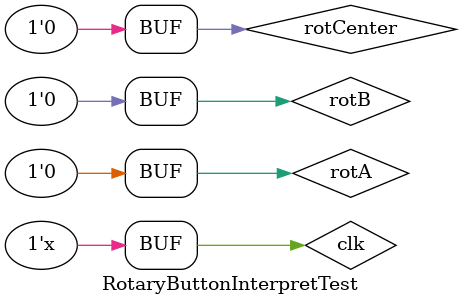
<source format=v>
`timescale 1ns / 1ps


module RotaryButtonInterpretTest;

	// Inputs
	reg rotA;
	reg rotB;
	reg rotCenter;
	reg clk;

	// Outputs
	wire right;
	wire left;
	wire down;

	// Instantiate the Unit Under Test (UUT)
	RotaryButtonInterpret uut (
		.rotA, 
		.rotB, 
		.rotCenter, 
		.clk, 
		.right, 
		.left, 
		.down
	);

	initial begin
		rotA = 0;
		rotB = 0;
		rotCenter = 0;
		clk = 0;
		
		#40 rotA = 1; //Right Turn
		#3000 rotB = 1;
		#3000 rotA = 0;
		#3000 rotB = 0;
		
		#3000 rotB = 1; //Left Turn
		#3000 rotA = 1;
		#3000 rotB = 0;
		#3000 rotA = 0;
		
		#3000 rotCenter = 1; //Down Press
		#25000 rotCenter = 0;
	end
	
	always begin
		#20 clk = ~clk;
	end
endmodule


</source>
